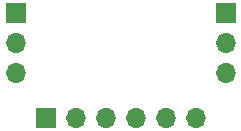
<source format=gbr>
%TF.GenerationSoftware,KiCad,Pcbnew,8.0.3*%
%TF.CreationDate,2024-11-06T18:50:30+09:00*%
%TF.ProjectId,M5StackCam-20240924,4d355374-6163-46b4-9361-6d2d32303234,rev?*%
%TF.SameCoordinates,Original*%
%TF.FileFunction,Soldermask,Top*%
%TF.FilePolarity,Negative*%
%FSLAX46Y46*%
G04 Gerber Fmt 4.6, Leading zero omitted, Abs format (unit mm)*
G04 Created by KiCad (PCBNEW 8.0.3) date 2024-11-06 18:50:30*
%MOMM*%
%LPD*%
G01*
G04 APERTURE LIST*
%ADD10R,1.700000X1.700000*%
%ADD11O,1.700000X1.700000*%
G04 APERTURE END LIST*
D10*
%TO.C,J1*%
X17780000Y2540000D03*
D11*
X17780000Y0D03*
X17780000Y-2540000D03*
%TD*%
D10*
%TO.C,J2*%
X0Y2540000D03*
D11*
X0Y0D03*
X0Y-2540000D03*
%TD*%
D10*
%TO.C,J3*%
X2540000Y-6350000D03*
D11*
X5080000Y-6350000D03*
X7620000Y-6350000D03*
X10160000Y-6350000D03*
X12700000Y-6350000D03*
X15240000Y-6350000D03*
%TD*%
M02*

</source>
